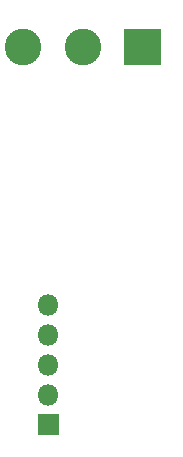
<source format=gbr>
%TF.GenerationSoftware,KiCad,Pcbnew,5.99.0-unknown-ad88874~101~ubuntu20.04.1*%
%TF.CreationDate,2020-05-19T22:39:21-04:00*%
%TF.ProjectId,headlights,68656164-6c69-4676-9874-732e6b696361,rev?*%
%TF.SameCoordinates,Original*%
%TF.FileFunction,Soldermask,Bot*%
%TF.FilePolarity,Negative*%
%FSLAX46Y46*%
G04 Gerber Fmt 4.6, Leading zero omitted, Abs format (unit mm)*
G04 Created by KiCad (PCBNEW 5.99.0-unknown-ad88874~101~ubuntu20.04.1) date 2020-05-19 22:39:21*
%MOMM*%
%LPD*%
G01*
G04 APERTURE LIST*
%ADD10O,1.800000X1.800000*%
%ADD11C,3.100000*%
G04 APERTURE END LIST*
D10*
%TO.C,J2*%
X113000000Y-76840000D03*
X113000000Y-79380000D03*
X113000000Y-81920000D03*
X113000000Y-84460000D03*
G36*
G01*
X113900000Y-86150000D02*
X113900000Y-87850000D01*
G75*
G02*
X113850000Y-87900000I-50000J0D01*
G01*
X112150000Y-87900000D01*
G75*
G02*
X112100000Y-87850000I0J50000D01*
G01*
X112100000Y-86150000D01*
G75*
G02*
X112150000Y-86100000I50000J0D01*
G01*
X113850000Y-86100000D01*
G75*
G02*
X113900000Y-86150000I0J-50000D01*
G01*
G37*
%TD*%
D11*
%TO.C,J1*%
X110840000Y-55000000D03*
X115920000Y-55000000D03*
G36*
G01*
X122550000Y-53500000D02*
X122550000Y-56500000D01*
G75*
G02*
X122500000Y-56550000I-50000J0D01*
G01*
X119500000Y-56550000D01*
G75*
G02*
X119450000Y-56500000I0J50000D01*
G01*
X119450000Y-53500000D01*
G75*
G02*
X119500000Y-53450000I50000J0D01*
G01*
X122500000Y-53450000D01*
G75*
G02*
X122550000Y-53500000I0J-50000D01*
G01*
G37*
%TD*%
M02*

</source>
